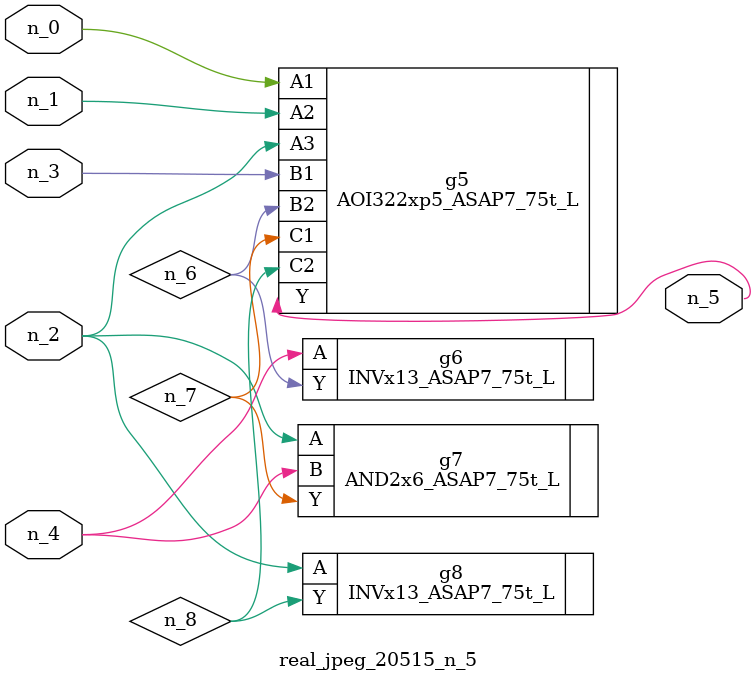
<source format=v>
module real_jpeg_20515_n_5 (n_4, n_0, n_1, n_2, n_3, n_5);

input n_4;
input n_0;
input n_1;
input n_2;
input n_3;

output n_5;

wire n_8;
wire n_6;
wire n_7;

AOI322xp5_ASAP7_75t_L g5 ( 
.A1(n_0),
.A2(n_1),
.A3(n_2),
.B1(n_3),
.B2(n_6),
.C1(n_7),
.C2(n_8),
.Y(n_5)
);

AND2x6_ASAP7_75t_L g7 ( 
.A(n_2),
.B(n_4),
.Y(n_7)
);

INVx13_ASAP7_75t_L g8 ( 
.A(n_2),
.Y(n_8)
);

INVx13_ASAP7_75t_L g6 ( 
.A(n_4),
.Y(n_6)
);


endmodule
</source>
